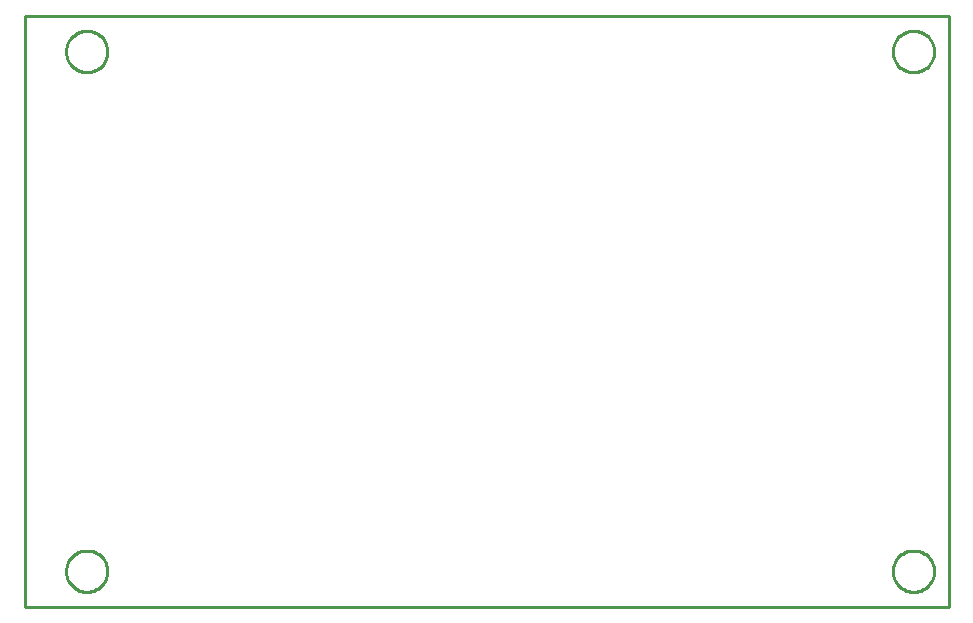
<source format=gbr>
G04 EAGLE Gerber X2 export*
%TF.Part,Single*%
%TF.FileFunction,Profile,NP*%
%TF.FilePolarity,Positive*%
%TF.GenerationSoftware,Autodesk,EAGLE,9.0.1*%
%TF.CreationDate,2018-06-21T21:19:49Z*%
G75*
%MOMM*%
%FSLAX34Y34*%
%LPD*%
%AMOC8*
5,1,8,0,0,1.08239X$1,22.5*%
G01*
%ADD10C,0.254000*%


D10*
X117500Y0D02*
X900000Y0D01*
X900000Y500000D01*
X117500Y500000D01*
X117500Y0D01*
X187500Y29427D02*
X187425Y28284D01*
X187276Y27148D01*
X187052Y26024D01*
X186755Y24917D01*
X186387Y23832D01*
X185949Y22774D01*
X185442Y21746D01*
X184869Y20754D01*
X184232Y19801D01*
X183535Y18892D01*
X182779Y18031D01*
X181969Y17221D01*
X181108Y16465D01*
X180199Y15768D01*
X179246Y15131D01*
X178254Y14558D01*
X177226Y14051D01*
X176168Y13613D01*
X175083Y13245D01*
X173976Y12948D01*
X172852Y12725D01*
X171716Y12575D01*
X170573Y12500D01*
X169427Y12500D01*
X168284Y12575D01*
X167148Y12725D01*
X166024Y12948D01*
X164917Y13245D01*
X163832Y13613D01*
X162774Y14051D01*
X161746Y14558D01*
X160754Y15131D01*
X159801Y15768D01*
X158892Y16465D01*
X158031Y17221D01*
X157221Y18031D01*
X156465Y18892D01*
X155768Y19801D01*
X155131Y20754D01*
X154558Y21746D01*
X154051Y22774D01*
X153613Y23832D01*
X153245Y24917D01*
X152948Y26024D01*
X152725Y27148D01*
X152575Y28284D01*
X152500Y29427D01*
X152500Y30573D01*
X152575Y31716D01*
X152725Y32852D01*
X152948Y33976D01*
X153245Y35083D01*
X153613Y36168D01*
X154051Y37226D01*
X154558Y38254D01*
X155131Y39246D01*
X155768Y40199D01*
X156465Y41108D01*
X157221Y41969D01*
X158031Y42779D01*
X158892Y43535D01*
X159801Y44232D01*
X160754Y44869D01*
X161746Y45442D01*
X162774Y45949D01*
X163832Y46387D01*
X164917Y46755D01*
X166024Y47052D01*
X167148Y47276D01*
X168284Y47425D01*
X169427Y47500D01*
X170573Y47500D01*
X171716Y47425D01*
X172852Y47276D01*
X173976Y47052D01*
X175083Y46755D01*
X176168Y46387D01*
X177226Y45949D01*
X178254Y45442D01*
X179246Y44869D01*
X180199Y44232D01*
X181108Y43535D01*
X181969Y42779D01*
X182779Y41969D01*
X183535Y41108D01*
X184232Y40199D01*
X184869Y39246D01*
X185442Y38254D01*
X185949Y37226D01*
X186387Y36168D01*
X186755Y35083D01*
X187052Y33976D01*
X187276Y32852D01*
X187425Y31716D01*
X187500Y30573D01*
X187500Y29427D01*
X887500Y29427D02*
X887425Y28284D01*
X887276Y27148D01*
X887052Y26024D01*
X886755Y24917D01*
X886387Y23832D01*
X885949Y22774D01*
X885442Y21746D01*
X884869Y20754D01*
X884232Y19801D01*
X883535Y18892D01*
X882779Y18031D01*
X881969Y17221D01*
X881108Y16465D01*
X880199Y15768D01*
X879246Y15131D01*
X878254Y14558D01*
X877226Y14051D01*
X876168Y13613D01*
X875083Y13245D01*
X873976Y12948D01*
X872852Y12725D01*
X871716Y12575D01*
X870573Y12500D01*
X869427Y12500D01*
X868284Y12575D01*
X867148Y12725D01*
X866024Y12948D01*
X864917Y13245D01*
X863832Y13613D01*
X862774Y14051D01*
X861746Y14558D01*
X860754Y15131D01*
X859801Y15768D01*
X858892Y16465D01*
X858031Y17221D01*
X857221Y18031D01*
X856465Y18892D01*
X855768Y19801D01*
X855131Y20754D01*
X854558Y21746D01*
X854051Y22774D01*
X853613Y23832D01*
X853245Y24917D01*
X852948Y26024D01*
X852725Y27148D01*
X852575Y28284D01*
X852500Y29427D01*
X852500Y30573D01*
X852575Y31716D01*
X852725Y32852D01*
X852948Y33976D01*
X853245Y35083D01*
X853613Y36168D01*
X854051Y37226D01*
X854558Y38254D01*
X855131Y39246D01*
X855768Y40199D01*
X856465Y41108D01*
X857221Y41969D01*
X858031Y42779D01*
X858892Y43535D01*
X859801Y44232D01*
X860754Y44869D01*
X861746Y45442D01*
X862774Y45949D01*
X863832Y46387D01*
X864917Y46755D01*
X866024Y47052D01*
X867148Y47276D01*
X868284Y47425D01*
X869427Y47500D01*
X870573Y47500D01*
X871716Y47425D01*
X872852Y47276D01*
X873976Y47052D01*
X875083Y46755D01*
X876168Y46387D01*
X877226Y45949D01*
X878254Y45442D01*
X879246Y44869D01*
X880199Y44232D01*
X881108Y43535D01*
X881969Y42779D01*
X882779Y41969D01*
X883535Y41108D01*
X884232Y40199D01*
X884869Y39246D01*
X885442Y38254D01*
X885949Y37226D01*
X886387Y36168D01*
X886755Y35083D01*
X887052Y33976D01*
X887276Y32852D01*
X887425Y31716D01*
X887500Y30573D01*
X887500Y29427D01*
X887500Y469427D02*
X887425Y468284D01*
X887276Y467148D01*
X887052Y466024D01*
X886755Y464917D01*
X886387Y463832D01*
X885949Y462774D01*
X885442Y461746D01*
X884869Y460754D01*
X884232Y459801D01*
X883535Y458892D01*
X882779Y458031D01*
X881969Y457221D01*
X881108Y456465D01*
X880199Y455768D01*
X879246Y455131D01*
X878254Y454558D01*
X877226Y454051D01*
X876168Y453613D01*
X875083Y453245D01*
X873976Y452948D01*
X872852Y452725D01*
X871716Y452575D01*
X870573Y452500D01*
X869427Y452500D01*
X868284Y452575D01*
X867148Y452725D01*
X866024Y452948D01*
X864917Y453245D01*
X863832Y453613D01*
X862774Y454051D01*
X861746Y454558D01*
X860754Y455131D01*
X859801Y455768D01*
X858892Y456465D01*
X858031Y457221D01*
X857221Y458031D01*
X856465Y458892D01*
X855768Y459801D01*
X855131Y460754D01*
X854558Y461746D01*
X854051Y462774D01*
X853613Y463832D01*
X853245Y464917D01*
X852948Y466024D01*
X852725Y467148D01*
X852575Y468284D01*
X852500Y469427D01*
X852500Y470573D01*
X852575Y471716D01*
X852725Y472852D01*
X852948Y473976D01*
X853245Y475083D01*
X853613Y476168D01*
X854051Y477226D01*
X854558Y478254D01*
X855131Y479246D01*
X855768Y480199D01*
X856465Y481108D01*
X857221Y481969D01*
X858031Y482779D01*
X858892Y483535D01*
X859801Y484232D01*
X860754Y484869D01*
X861746Y485442D01*
X862774Y485949D01*
X863832Y486387D01*
X864917Y486755D01*
X866024Y487052D01*
X867148Y487276D01*
X868284Y487425D01*
X869427Y487500D01*
X870573Y487500D01*
X871716Y487425D01*
X872852Y487276D01*
X873976Y487052D01*
X875083Y486755D01*
X876168Y486387D01*
X877226Y485949D01*
X878254Y485442D01*
X879246Y484869D01*
X880199Y484232D01*
X881108Y483535D01*
X881969Y482779D01*
X882779Y481969D01*
X883535Y481108D01*
X884232Y480199D01*
X884869Y479246D01*
X885442Y478254D01*
X885949Y477226D01*
X886387Y476168D01*
X886755Y475083D01*
X887052Y473976D01*
X887276Y472852D01*
X887425Y471716D01*
X887500Y470573D01*
X887500Y469427D01*
X187500Y469427D02*
X187425Y468284D01*
X187276Y467148D01*
X187052Y466024D01*
X186755Y464917D01*
X186387Y463832D01*
X185949Y462774D01*
X185442Y461746D01*
X184869Y460754D01*
X184232Y459801D01*
X183535Y458892D01*
X182779Y458031D01*
X181969Y457221D01*
X181108Y456465D01*
X180199Y455768D01*
X179246Y455131D01*
X178254Y454558D01*
X177226Y454051D01*
X176168Y453613D01*
X175083Y453245D01*
X173976Y452948D01*
X172852Y452725D01*
X171716Y452575D01*
X170573Y452500D01*
X169427Y452500D01*
X168284Y452575D01*
X167148Y452725D01*
X166024Y452948D01*
X164917Y453245D01*
X163832Y453613D01*
X162774Y454051D01*
X161746Y454558D01*
X160754Y455131D01*
X159801Y455768D01*
X158892Y456465D01*
X158031Y457221D01*
X157221Y458031D01*
X156465Y458892D01*
X155768Y459801D01*
X155131Y460754D01*
X154558Y461746D01*
X154051Y462774D01*
X153613Y463832D01*
X153245Y464917D01*
X152948Y466024D01*
X152725Y467148D01*
X152575Y468284D01*
X152500Y469427D01*
X152500Y470573D01*
X152575Y471716D01*
X152725Y472852D01*
X152948Y473976D01*
X153245Y475083D01*
X153613Y476168D01*
X154051Y477226D01*
X154558Y478254D01*
X155131Y479246D01*
X155768Y480199D01*
X156465Y481108D01*
X157221Y481969D01*
X158031Y482779D01*
X158892Y483535D01*
X159801Y484232D01*
X160754Y484869D01*
X161746Y485442D01*
X162774Y485949D01*
X163832Y486387D01*
X164917Y486755D01*
X166024Y487052D01*
X167148Y487276D01*
X168284Y487425D01*
X169427Y487500D01*
X170573Y487500D01*
X171716Y487425D01*
X172852Y487276D01*
X173976Y487052D01*
X175083Y486755D01*
X176168Y486387D01*
X177226Y485949D01*
X178254Y485442D01*
X179246Y484869D01*
X180199Y484232D01*
X181108Y483535D01*
X181969Y482779D01*
X182779Y481969D01*
X183535Y481108D01*
X184232Y480199D01*
X184869Y479246D01*
X185442Y478254D01*
X185949Y477226D01*
X186387Y476168D01*
X186755Y475083D01*
X187052Y473976D01*
X187276Y472852D01*
X187425Y471716D01*
X187500Y470573D01*
X187500Y469427D01*
X187500Y29427D02*
X187425Y28284D01*
X187276Y27148D01*
X187052Y26024D01*
X186755Y24917D01*
X186387Y23832D01*
X185949Y22774D01*
X185442Y21746D01*
X184869Y20754D01*
X184232Y19801D01*
X183535Y18892D01*
X182779Y18031D01*
X181969Y17221D01*
X181108Y16465D01*
X180199Y15768D01*
X179246Y15131D01*
X178254Y14558D01*
X177226Y14051D01*
X176168Y13613D01*
X175083Y13245D01*
X173976Y12948D01*
X172852Y12725D01*
X171716Y12575D01*
X170573Y12500D01*
X169427Y12500D01*
X168284Y12575D01*
X167148Y12725D01*
X166024Y12948D01*
X164917Y13245D01*
X163832Y13613D01*
X162774Y14051D01*
X161746Y14558D01*
X160754Y15131D01*
X159801Y15768D01*
X158892Y16465D01*
X158031Y17221D01*
X157221Y18031D01*
X156465Y18892D01*
X155768Y19801D01*
X155131Y20754D01*
X154558Y21746D01*
X154051Y22774D01*
X153613Y23832D01*
X153245Y24917D01*
X152948Y26024D01*
X152725Y27148D01*
X152575Y28284D01*
X152500Y29427D01*
X152500Y30573D01*
X152575Y31716D01*
X152725Y32852D01*
X152948Y33976D01*
X153245Y35083D01*
X153613Y36168D01*
X154051Y37226D01*
X154558Y38254D01*
X155131Y39246D01*
X155768Y40199D01*
X156465Y41108D01*
X157221Y41969D01*
X158031Y42779D01*
X158892Y43535D01*
X159801Y44232D01*
X160754Y44869D01*
X161746Y45442D01*
X162774Y45949D01*
X163832Y46387D01*
X164917Y46755D01*
X166024Y47052D01*
X167148Y47276D01*
X168284Y47425D01*
X169427Y47500D01*
X170573Y47500D01*
X171716Y47425D01*
X172852Y47276D01*
X173976Y47052D01*
X175083Y46755D01*
X176168Y46387D01*
X177226Y45949D01*
X178254Y45442D01*
X179246Y44869D01*
X180199Y44232D01*
X181108Y43535D01*
X181969Y42779D01*
X182779Y41969D01*
X183535Y41108D01*
X184232Y40199D01*
X184869Y39246D01*
X185442Y38254D01*
X185949Y37226D01*
X186387Y36168D01*
X186755Y35083D01*
X187052Y33976D01*
X187276Y32852D01*
X187425Y31716D01*
X187500Y30573D01*
X187500Y29427D01*
X887500Y29427D02*
X887425Y28284D01*
X887276Y27148D01*
X887052Y26024D01*
X886755Y24917D01*
X886387Y23832D01*
X885949Y22774D01*
X885442Y21746D01*
X884869Y20754D01*
X884232Y19801D01*
X883535Y18892D01*
X882779Y18031D01*
X881969Y17221D01*
X881108Y16465D01*
X880199Y15768D01*
X879246Y15131D01*
X878254Y14558D01*
X877226Y14051D01*
X876168Y13613D01*
X875083Y13245D01*
X873976Y12948D01*
X872852Y12725D01*
X871716Y12575D01*
X870573Y12500D01*
X869427Y12500D01*
X868284Y12575D01*
X867148Y12725D01*
X866024Y12948D01*
X864917Y13245D01*
X863832Y13613D01*
X862774Y14051D01*
X861746Y14558D01*
X860754Y15131D01*
X859801Y15768D01*
X858892Y16465D01*
X858031Y17221D01*
X857221Y18031D01*
X856465Y18892D01*
X855768Y19801D01*
X855131Y20754D01*
X854558Y21746D01*
X854051Y22774D01*
X853613Y23832D01*
X853245Y24917D01*
X852948Y26024D01*
X852725Y27148D01*
X852575Y28284D01*
X852500Y29427D01*
X852500Y30573D01*
X852575Y31716D01*
X852725Y32852D01*
X852948Y33976D01*
X853245Y35083D01*
X853613Y36168D01*
X854051Y37226D01*
X854558Y38254D01*
X855131Y39246D01*
X855768Y40199D01*
X856465Y41108D01*
X857221Y41969D01*
X858031Y42779D01*
X858892Y43535D01*
X859801Y44232D01*
X860754Y44869D01*
X861746Y45442D01*
X862774Y45949D01*
X863832Y46387D01*
X864917Y46755D01*
X866024Y47052D01*
X867148Y47276D01*
X868284Y47425D01*
X869427Y47500D01*
X870573Y47500D01*
X871716Y47425D01*
X872852Y47276D01*
X873976Y47052D01*
X875083Y46755D01*
X876168Y46387D01*
X877226Y45949D01*
X878254Y45442D01*
X879246Y44869D01*
X880199Y44232D01*
X881108Y43535D01*
X881969Y42779D01*
X882779Y41969D01*
X883535Y41108D01*
X884232Y40199D01*
X884869Y39246D01*
X885442Y38254D01*
X885949Y37226D01*
X886387Y36168D01*
X886755Y35083D01*
X887052Y33976D01*
X887276Y32852D01*
X887425Y31716D01*
X887500Y30573D01*
X887500Y29427D01*
X887500Y469427D02*
X887425Y468284D01*
X887276Y467148D01*
X887052Y466024D01*
X886755Y464917D01*
X886387Y463832D01*
X885949Y462774D01*
X885442Y461746D01*
X884869Y460754D01*
X884232Y459801D01*
X883535Y458892D01*
X882779Y458031D01*
X881969Y457221D01*
X881108Y456465D01*
X880199Y455768D01*
X879246Y455131D01*
X878254Y454558D01*
X877226Y454051D01*
X876168Y453613D01*
X875083Y453245D01*
X873976Y452948D01*
X872852Y452725D01*
X871716Y452575D01*
X870573Y452500D01*
X869427Y452500D01*
X868284Y452575D01*
X867148Y452725D01*
X866024Y452948D01*
X864917Y453245D01*
X863832Y453613D01*
X862774Y454051D01*
X861746Y454558D01*
X860754Y455131D01*
X859801Y455768D01*
X858892Y456465D01*
X858031Y457221D01*
X857221Y458031D01*
X856465Y458892D01*
X855768Y459801D01*
X855131Y460754D01*
X854558Y461746D01*
X854051Y462774D01*
X853613Y463832D01*
X853245Y464917D01*
X852948Y466024D01*
X852725Y467148D01*
X852575Y468284D01*
X852500Y469427D01*
X852500Y470573D01*
X852575Y471716D01*
X852725Y472852D01*
X852948Y473976D01*
X853245Y475083D01*
X853613Y476168D01*
X854051Y477226D01*
X854558Y478254D01*
X855131Y479246D01*
X855768Y480199D01*
X856465Y481108D01*
X857221Y481969D01*
X858031Y482779D01*
X858892Y483535D01*
X859801Y484232D01*
X860754Y484869D01*
X861746Y485442D01*
X862774Y485949D01*
X863832Y486387D01*
X864917Y486755D01*
X866024Y487052D01*
X867148Y487276D01*
X868284Y487425D01*
X869427Y487500D01*
X870573Y487500D01*
X871716Y487425D01*
X872852Y487276D01*
X873976Y487052D01*
X875083Y486755D01*
X876168Y486387D01*
X877226Y485949D01*
X878254Y485442D01*
X879246Y484869D01*
X880199Y484232D01*
X881108Y483535D01*
X881969Y482779D01*
X882779Y481969D01*
X883535Y481108D01*
X884232Y480199D01*
X884869Y479246D01*
X885442Y478254D01*
X885949Y477226D01*
X886387Y476168D01*
X886755Y475083D01*
X887052Y473976D01*
X887276Y472852D01*
X887425Y471716D01*
X887500Y470573D01*
X887500Y469427D01*
X187500Y469427D02*
X187425Y468284D01*
X187276Y467148D01*
X187052Y466024D01*
X186755Y464917D01*
X186387Y463832D01*
X185949Y462774D01*
X185442Y461746D01*
X184869Y460754D01*
X184232Y459801D01*
X183535Y458892D01*
X182779Y458031D01*
X181969Y457221D01*
X181108Y456465D01*
X180199Y455768D01*
X179246Y455131D01*
X178254Y454558D01*
X177226Y454051D01*
X176168Y453613D01*
X175083Y453245D01*
X173976Y452948D01*
X172852Y452725D01*
X171716Y452575D01*
X170573Y452500D01*
X169427Y452500D01*
X168284Y452575D01*
X167148Y452725D01*
X166024Y452948D01*
X164917Y453245D01*
X163832Y453613D01*
X162774Y454051D01*
X161746Y454558D01*
X160754Y455131D01*
X159801Y455768D01*
X158892Y456465D01*
X158031Y457221D01*
X157221Y458031D01*
X156465Y458892D01*
X155768Y459801D01*
X155131Y460754D01*
X154558Y461746D01*
X154051Y462774D01*
X153613Y463832D01*
X153245Y464917D01*
X152948Y466024D01*
X152725Y467148D01*
X152575Y468284D01*
X152500Y469427D01*
X152500Y470573D01*
X152575Y471716D01*
X152725Y472852D01*
X152948Y473976D01*
X153245Y475083D01*
X153613Y476168D01*
X154051Y477226D01*
X154558Y478254D01*
X155131Y479246D01*
X155768Y480199D01*
X156465Y481108D01*
X157221Y481969D01*
X158031Y482779D01*
X158892Y483535D01*
X159801Y484232D01*
X160754Y484869D01*
X161746Y485442D01*
X162774Y485949D01*
X163832Y486387D01*
X164917Y486755D01*
X166024Y487052D01*
X167148Y487276D01*
X168284Y487425D01*
X169427Y487500D01*
X170573Y487500D01*
X171716Y487425D01*
X172852Y487276D01*
X173976Y487052D01*
X175083Y486755D01*
X176168Y486387D01*
X177226Y485949D01*
X178254Y485442D01*
X179246Y484869D01*
X180199Y484232D01*
X181108Y483535D01*
X181969Y482779D01*
X182779Y481969D01*
X183535Y481108D01*
X184232Y480199D01*
X184869Y479246D01*
X185442Y478254D01*
X185949Y477226D01*
X186387Y476168D01*
X186755Y475083D01*
X187052Y473976D01*
X187276Y472852D01*
X187425Y471716D01*
X187500Y470573D01*
X187500Y469427D01*
M02*

</source>
